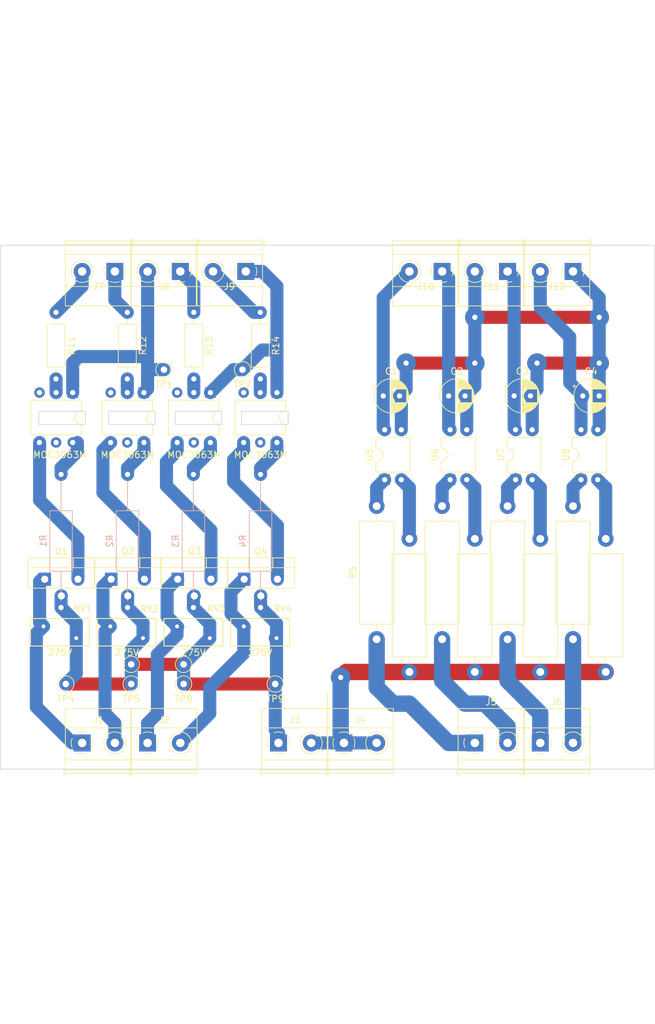
<source format=kicad_pcb>
(kicad_pcb (version 20221018) (generator pcbnew)
  (layers (0 "F.Cu" signal) (31 "B.Cu" signal) (34 "B.Paste" user) (35 "F.Paste" user) (36 "B.SilkS" user "B.Silkscreen") (37 "F.SilkS" user "F.Silkscreen") (38 "B.Mask" user) (39 "F.Mask" user) (44 "Edge.Cuts" user))
  (net 0 "")
  (net 1 "Net-(R1-Pad1)")
  (net 2 "Net-(R2-Pad1)")
  (net 3 "Net-(Q1-G)")
  (net 4 "Net-(Q2-G)")
  (net 5 "Net-(Q3-G)")
  (net 6 "Net-(Q4-G)")
  (net 8 "Net-(R3-Pad1)")
  (net 9 "Net-(R4-Pad1)")
  (net 17 "Net-(R11-Pad2)")
  (net 18 "Net-(R12-Pad2)")
  (net 19 "Net-(R13-Pad2)")
  (net 20 "Net-(R14-Pad2)")
  (net 21 "/IN2")
  (net 22 "/IN1")
  (net 23 "/IN4")
  (net 24 "/IN3")
  (net 25 "/IPOS2")
  (net 26 "/IPOS1")
  (net 27 "/L")
  (net 28 "/L2")
  (net 29 "/L1")
  (net 30 "/L4")
  (net 31 "/L3")
  (net 32 "Net-(R5-Pad2)")
  (net 33 "Net-(R6-Pad2)")
  (net 34 "Net-(R7-Pad2)")
  (net 35 "Net-(R8-Pad2)")
  (net 36 "Net-(R9-Pad2)")
  (net 37 "Net-(R10-Pad2)")
  (net 38 "Net-(R15-Pad2)")
  (net 39 "Net-(R16-Pad2)")
  (net 40 "/LSENS1")
  (net 41 "/LSENS2")
  (net 42 "/LSENS3")
  (net 43 "/LSENS4")
  (net 44 "/N")
  (net 45 "/NEG")
  (net 46 "/SENS1")
  (net 47 "/SENS2")
  (net 48 "/SENS3")
  (net 49 "/SENS4")
  (footprint "TerminalBlock_Phoenix:TerminalBlock_Phoenix_MKDS-1,5-2_1x02_P5.00mm_Horizontal" (layer "F.Cu") (at 72.5 136)
    (fp_text reference "J2" (at 2.5 -3.5) (layer "F.SilkS"))
    (fp_text value "Screw_Terminal_01x02" hide)
    (pad "1" thru_hole rect (at 0 0) (size 2.6 2.6) (drill 1.3) (layers "*.Cu" "*.Mask") (net 31 "/L3"))
    (pad "2" thru_hole circle (at 5 0) (size 2.6 2.6) (drill 1.3) (layers "*.Cu" "*.Mask") (net 30 "/L4"))
  )
  (footprint "triac-board:TO-220-3_Vertical_Staggered" (layer "F.Cu") (at 66.94 111)
    (fp_text reference "Q2" (at 2.54 -4.27) (layer "F.SilkS"))
    (fp_text value "BTA16-600BW" hide)
    (pad "1" thru_hole rect (at 0 0) (size 1.905 2) (drill 1.1) (layers "*.Cu" "*.Mask") (net 28 "/L2"))
    (pad "2" thru_hole oval (at 2.54 2.54) (size 1.905 2) (drill 1.1) (layers "*.Cu" "*.Mask") (net 27 "/L"))
    (pad "3" thru_hole oval (at 5.08 0) (size 1.905 2) (drill 1.1) (layers "*.Cu" "*.Mask") (net 4 "Net-(Q2-G)"))
  )
  (footprint "Package_DIP:DIP-4_W7.62mm" (layer "F.Cu") (at 118.725 95.8 90)
    (fp_text reference "U6" (at 3.81 -2.33 90) (layer "F.SilkS"))
    (fp_text value "PC814")
    (pad "1" thru_hole rect (at 0 0 90) (size 1.6 1.6) (drill 0.8) (layers "*.Cu" "*.Mask") (net 34 "Net-(R7-Pad2)"))
    (pad "2" thru_hole oval (at 0 2.54 90) (size 1.6 1.6) (drill 0.8) (layers "*.Cu" "*.Mask") (net 35 "Net-(R8-Pad2)"))
    (pad "3" thru_hole oval (at 7.62 2.54 90) (size 1.6 1.6) (drill 0.8) (layers "*.Cu" "*.Mask") (net 45 "/NEG"))
    (pad "4" thru_hole oval (at 7.62 0 90) (size 1.6 1.6) (drill 0.8) (layers "*.Cu" "*.Mask") (net 47 "/SENS2"))
  )
  (footprint "TerminalBlock_Phoenix:TerminalBlock_Phoenix_MKDS-1,5-2_1x02_P5.00mm_Horizontal" (layer "F.Cu") (at 117.5 64 180)
    (fp_text reference "J10" (at 2.5 -2.301) (layer "F.SilkS"))
    (fp_text value "Screw_Terminal_01x02" hide)
    (pad "1" thru_hole rect (at 0 0 180) (size 2.6 2.6) (drill 1.3) (layers "*.Cu" "*.Mask") (net 47 "/SENS2"))
    (pad "2" thru_hole circle (at 5 0 180) (size 2.6 2.6) (drill 1.3) (layers "*.Cu" "*.Mask") (net 46 "/SENS1"))
  )
  (footprint "TerminalBlock_Phoenix:TerminalBlock_Phoenix_MKDS-1,5-2_1x02_P5.00mm_Horizontal" (layer "F.Cu") (at 77.5 64 180)
    (fp_text reference "J8" (at 2.5 -2.301) (layer "F.SilkS"))
    (fp_text value "Screw_Terminal_01x02" hide)
    (pad "1" thru_hole rect (at 0 0 180) (size 2.6 2.6) (drill 1.3) (layers "*.Cu" "*.Mask") (net 24 "/IN3"))
    (pad "2" thru_hole circle (at 5 0 180) (size 2.6 2.6) (drill 1.3) (layers "*.Cu" "*.Mask") (net 26 "/IPOS1"))
  )
  (footprint "Varistor:RV_Disc_D9mm_W4.2mm_P5mm" (layer "F.Cu") (at 71.8 120 180)
    (fp_text reference "RV2" (at -1 4.5) (layer "F.SilkS"))
    (fp_text value "275V" (at 2.5 -2.2) (layer "F.SilkS"))
    (pad "1" thru_hole circle (at 0 0 180) (size 1.6 1.6) (drill 0.6) (layers "*.Cu" "*.Mask") (net 27 "/L"))
    (pad "2" thru_hole circle (at 5 1.8 180) (size 1.6 1.6) (drill 0.6) (layers "*.Cu" "*.Mask") (net 28 "/L2"))
  )
  (footprint "Resistor_THT:R_Axial_DIN0516_L15.5mm_D5.0mm_P20.32mm_Horizontal" (layer "F.Cu") (at 127.5 120.16 90)
    (fp_text reference "R9" hide)
    (fp_text value "100k" hide)
    (pad "1" thru_hole circle (at 0 0 90) (size 2.4 2.4) (drill 1.2) (layers "*.Cu" "*.Mask") (net 42 "/LSENS3"))
    (pad "2" thru_hole oval (at 20.32 0 90) (size 2.4 2.4) (drill 1.2) (layers "*.Cu" "*.Mask") (net 36 "Net-(R9-Pad2)"))
  )
  (footprint "TerminalBlock_Phoenix:TerminalBlock_Phoenix_MKDS-1,5-2_1x02_P5.00mm_Horizontal" (layer "F.Cu") (at 122.5 136)
    (fp_text reference "J5" (at 2.5 -6.26) (layer "F.SilkS"))
    (fp_text value "Screw_Terminal_01x02" hide)
    (pad "1" thru_hole rect (at 0 0) (size 2.6 2.6) (drill 1.3) (layers "*.Cu" "*.Mask") (net 40 "/LSENS1"))
    (pad "2" thru_hole circle (at 5 0) (size 2.6 2.6) (drill 1.3) (layers "*.Cu" "*.Mask") (net 41 "/LSENS2"))
  )
  (footprint "Connector_Pin:Pin_D1.0mm_L10.0mm" (layer "F.Cu") (at 75 79)
    (fp_text reference "TP1" (at 0 2.25) (layer "F.SilkS"))
    (fp_text value "TestPoint" hide)
    (pad "1" thru_hole circle (at 0 0) (size 2 2) (drill 1) (layers "*.Cu" "*.Mask") (net 26 "/IPOS1"))
  )
  (footprint "Connector_Pin:Pin_D1.0mm_L10.0mm" (layer "F.Cu") (at 87 79)
    (fp_text reference "TP2" (at 0 2.25) (layer "F.SilkS"))
    (fp_text value "TestPoint" hide)
    (pad "1" thru_hole circle (at 0 0) (size 2 2) (drill 1) (layers "*.Cu" "*.Mask") (net 25 "/IPOS2"))
  )
  (footprint "Resistor_THT:R_Axial_DIN0516_L15.5mm_D5.0mm_P20.32mm_Horizontal" (layer "F.Cu") (at 122.5 125.16 90)
    (fp_text reference "R8" hide)
    (fp_text value "100k" hide)
    (pad "1" thru_hole circle (at 0 0 90) (size 2.4 2.4) (drill 1.2) (layers "*.Cu" "*.Mask") (net 44 "/N"))
    (pad "2" thru_hole oval (at 20.32 0 90) (size 2.4 2.4) (drill 1.2) (layers "*.Cu" "*.Mask") (net 35 "Net-(R8-Pad2)"))
  )
  (footprint "Resistor_THT:R_Axial_DIN0516_L15.5mm_D5.0mm_P20.32mm_Horizontal" (layer "F.Cu") (at 142.5 125.16 90)
    (fp_text reference "R16" hide)
    (fp_text value "100k" hide)
    (pad "1" thru_hole circle (at 0 0 90) (size 2.4 2.4) (drill 1.2) (layers "*.Cu" "*.Mask") (net 44 "/N"))
    (pad "2" thru_hole oval (at 20.32 0 90) (size 2.4 2.4) (drill 1.2) (layers "*.Cu" "*.Mask") (net 39 "Net-(R16-Pad2)"))
  )
  (footprint "TerminalBlock_Phoenix:TerminalBlock_Phoenix_MKDS-1,5-2_1x02_P5.00mm_Horizontal" (layer "F.Cu") (at 87.5 64 180)
    (fp_text reference "J9" (at 2.5 -2.301) (layer "F.SilkS"))
    (fp_text value "Screw_Terminal_01x02" hide)
    (pad "1" thru_hole rect (at 0 0 180) (size 2.6 2.6) (drill 1.3) (layers "*.Cu" "*.Mask") (net 25 "/IPOS2"))
    (pad "2" thru_hole circle (at 5 0 180) (size 2.6 2.6) (drill 1.3) (layers "*.Cu" "*.Mask") (net 23 "/IN4"))
  )
  (footprint "Resistor_THT:R_Axial_DIN0516_L15.5mm_D5.0mm_P20.32mm_Horizontal" (layer "F.Cu") (at 132.5 125.16 90)
    (fp_text reference "R10" hide)
    (fp_text value "100k" hide)
    (pad "1" thru_hole circle (at 0 0 90) (size 2.4 2.4) (drill 1.2) (layers "*.Cu" "*.Mask") (net 44 "/N"))
    (pad "2" thru_hole oval (at 20.32 0 90) (size 2.4 2.4) (drill 1.2) (layers "*.Cu" "*.Mask") (net 37 "Net-(R10-Pad2)"))
  )
  (footprint "TerminalBlock_Phoenix:TerminalBlock_Phoenix_MKDS-1,5-2_1x02_P5.00mm_Horizontal" (layer "F.Cu") (at 67.5 64 180)
    (fp_text reference "J7" (at 2.5 -2.301) (layer "F.SilkS"))
    (fp_text value "Screw_Terminal_01x02" hide)
    (pad "1" thru_hole rect (at 0 0 180) (size 2.6 2.6) (drill 1.3) (layers "*.Cu" "*.Mask") (net 21 "/IN2"))
    (pad "2" thru_hole circle (at 5 0 180) (size 2.6 2.6) (drill 1.3) (layers "*.Cu" "*.Mask") (net 22 "/IN1"))
  )
  (footprint "Capacitor_THT:CP_Radial_D5.0mm_P2.50mm" (layer "F.Cu") (at 118.5 83)
    (fp_text reference "C2" (at 1.25 -3.75) (layer "F.SilkS"))
    (fp_text value "C_Polarized")
    (pad "1" thru_hole rect (at 0 0) (size 1.6 1.6) (drill 0.8) (layers "*.Cu" "*.Mask") (net 47 "/SENS2"))
    (pad "2" thru_hole circle (at 2.5 0) (size 1.6 1.6) (drill 0.8) (layers "*.Cu" "*.Mask") (net 45 "/NEG"))
  )
  (footprint "TerminalBlock_Phoenix:TerminalBlock_Phoenix_MKDS-1,5-2_1x02_P5.00mm_Horizontal" (layer "F.Cu") (at 132.5 136)
    (fp_text reference "J6" (at 2.5 -6.26) (layer "F.SilkS"))
    (fp_text value "Screw_Terminal_01x02" hide)
    (pad "1" thru_hole rect (at 0 0) (size 2.6 2.6) (drill 1.3) (layers "*.Cu" "*.Mask") (net 42 "/LSENS3"))
    (pad "2" thru_hole circle (at 5 0) (size 2.6 2.6) (drill 1.3) (layers "*.Cu" "*.Mask") (net 43 "/LSENS4"))
  )
  (footprint "Resistor_THT:R_Axial_DIN0207_L6.3mm_D2.5mm_P10.16mm_Horizontal" (layer "F.Cu") (at 69.4 70.25 -90)
    (fp_text reference "R12" (at 5.08 -2.37 90) (layer "F.SilkS"))
    (fp_text value "1k2")
    (pad "1" thru_hole circle (at 0 0 270) (size 1.6 1.6) (drill 0.8) (layers "*.Cu" "*.Mask") (net 21 "/IN2"))
    (pad "2" thru_hole oval (at 10.16 0 270) (size 1.6 1.6) (drill 0.8) (layers "*.Cu" "*.Mask") (net 18 "Net-(R12-Pad2)"))
  )
  (footprint "Package_DIP:DIP-6_W7.62mm" (layer "F.Cu") (at 82.1 82.5 -90)
    (fp_text reference "U3" hide)
    (fp_text value "MOC3063M" (at 9.5 2.5) (layer "F.SilkS"))
    (pad "1" thru_hole rect (at 0 0 270) (size 1.6 1.6) (drill 0.8) (layers "*.Cu" "*.Mask") (net 25 "/IPOS2"))
    (pad "2" thru_hole oval (at 0 2.54 270) (size 1.6 1.6) (drill 0.8) (layers "*.Cu" "*.Mask") (net 19 "Net-(R13-Pad2)"))
    (pad "3" thru_hole oval (at 0 5.08 270) (size 1.6 1.6) (drill 0.8) (layers "*.Cu" "*.Mask"))
    (pad "4" thru_hole oval (at 7.62 5.08 270) (size 1.6 1.6) (drill 0.8) (layers "*.Cu" "*.Mask") (net 5 "Net-(Q3-G)"))
    (pad "5" thru_hole oval (at 7.62 2.54 270) (size 1.6 1.6) (drill 0.8) (layers "*.Cu" "*.Mask"))
    (pad "6" thru_hole oval (at 7.62 0 270) (size 1.6 1.6) (drill 0.8) (layers "*.Cu" "*.Mask") (net 8 "Net-(R3-Pad1)"))
  )
  (footprint "TerminalBlock_Phoenix:TerminalBlock_Phoenix_MKDS-1,5-2_1x02_P5.00mm_Horizontal" (layer "F.Cu") (at 127.5 64 180)
    (fp_text reference "J11" (at 2.5 -2.301) (layer "F.SilkS"))
    (fp_text value "Screw_Terminal_01x02" hide)
    (pad "1" thru_hole rect (at 0 0 180) (size 2.6 2.6) (drill 1.3) (layers "*.Cu" "*.Mask") (net 48 "/SENS3"))
    (pad "2" thru_hole circle (at 5 0 180) (size 2.6 2.6) (drill 1.3) (layers "*.Cu" "*.Mask") (net 45 "/NEG"))
  )
  (footprint "Resistor_THT:R_Axial_DIN0207_L6.3mm_D2.5mm_P10.16mm_Horizontal" (layer "F.Cu") (at 79.56 70.25 -90)
    (fp_text reference "R13" (at 5.08 -2.37 90) (layer "F.SilkS"))
    (fp_text value "1k2")
    (pad "1" thru_hole circle (at 0 0 270) (size 1.6 1.6) (drill 0.8) (layers "*.Cu" "*.Mask") (net 24 "/IN3"))
    (pad "2" thru_hole oval (at 10.16 0 270) (size 1.6 1.6) (drill 0.8) (layers "*.Cu" "*.Mask") (net 19 "Net-(R13-Pad2)"))
  )
  (footprint "Resistor_THT:R_Axial_DIN0207_L6.3mm_D2.5mm_P10.16mm_Horizontal" (layer "F.Cu") (at 89.72 70.25 -90)
    (fp_text reference "R14" (at 5.08 -2.37 90) (layer "F.SilkS"))
    (fp_text value "1k2" hide)
    (pad "1" thru_hole circle (at 0 0 270) (size 1.6 1.6) (drill 0.8) (layers "*.Cu" "*.Mask") (net 23 "/IN4"))
    (pad "2" thru_hole oval (at 10.16 0 270) (size 1.6 1.6) (drill 0.8) (layers "*.Cu" "*.Mask") (net 20 "Net-(R14-Pad2)"))
  )
  (footprint "Connector_Pin:Pin_D1.0mm_L10.0mm" (layer "F.Cu") (at 70 124)
    (fp_text reference "TP6" hide)
    (fp_text value "TestPoint" hide)
    (pad "1" thru_hole circle (at 0 0) (size 2 2) (drill 1) (layers "*.Cu" "*.Mask") (net 27 "/L"))
  )
  (footprint "Resistor_THT:R_Axial_DIN0207_L6.3mm_D2.5mm_P10.16mm_Horizontal" (layer "F.Cu") (at 58.5 70.25 -90)
    (fp_text reference "R11" (at 5.08 -2.37 90) (layer "F.SilkS"))
    (fp_text value "1k2")
    (pad "1" thru_hole circle (at 0 0 270) (size 1.6 1.6) (drill 0.8) (layers "*.Cu" "*.Mask") (net 22 "/IN1"))
    (pad "2" thru_hole oval (at 10.16 0 270) (size 1.6 1.6) (drill 0.8) (layers "*.Cu" "*.Mask") (net 17 "Net-(R11-Pad2)"))
  )
  (footprint "TerminalBlock_Phoenix:TerminalBlock_Phoenix_MKDS-1,5-2_1x02_P5.00mm_Horizontal" (layer "F.Cu") (at 62.5 136)
    (fp_text reference "J1" (at 2.5 -3.5) (layer "F.SilkS"))
    (fp_text value "Screw_Terminal_01x02" hide)
    (pad "1" thru_hole rect (at 0 0) (size 2.6 2.6) (drill 1.3) (layers "*.Cu" "*.Mask") (net 29 "/L1"))
    (pad "2" thru_hole circle (at 5 0) (size 2.6 2.6) (drill 1.3) (layers "*.Cu" "*.Mask") (net 28 "/L2"))
  )
  (footprint "triac-board:TO-220-3_Vertical_Staggered" (layer "F.Cu") (at 87.26 111)
    (fp_text reference "Q4" (at 2.54 -4.27) (layer "F.SilkS"))
    (fp_text value "BTA16-600BW" hide)
    (pad "1" thru_hole rect (at 0 0) (size 1.905 2) (drill 1.1) (layers "*.Cu" "*.Mask") (net 30 "/L4"))
    (pad "2" thru_hole oval (at 2.54 2.54) (size 1.905 2) (drill 1.1) (layers "*.Cu" "*.Mask") (net 27 "/L"))
    (pad "3" thru_hole oval (at 5.08 0) (size 1.905 2) (drill 1.1) (layers "*.Cu" "*.Mask") (net 6 "Net-(Q4-G)"))
  )
  (footprint "Package_DIP:DIP-4_W7.62mm" (layer "F.Cu") (at 108.725 95.8 90)
    (fp_text reference "U5" (at 3.81 -2.33 90) (layer "F.SilkS"))
    (fp_text value "PC814")
    (pad "1" thru_hole rect (at 0 0 90) (size 1.6 1.6) (drill 0.8) (layers "*.Cu" "*.Mask") (net 32 "Net-(R5-Pad2)"))
    (pad "2" thru_hole oval (at 0 2.54 90) (size 1.6 1.6) (drill 0.8) (layers "*.Cu" "*.Mask") (net 33 "Net-(R6-Pad2)"))
    (pad "3" thru_hole oval (at 7.62 2.54 90) (size 1.6 1.6) (drill 0.8) (layers "*.Cu" "*.Mask") (net 45 "/NEG"))
    (pad "4" thru_hole oval (at 7.62 0 90) (size 1.6 1.6) (drill 0.8) (layers "*.Cu" "*.Mask") (net 46 "/SENS1"))
  )
  (footprint "Resistor_THT:R_Axial_DIN0516_L15.5mm_D5.0mm_P20.32mm_Horizontal" (layer "F.Cu") (at 117.5 120.16 90)
    (fp_text reference "R7" hide)
    (fp_text value "100k" hide)
    (pad "1" thru_hole circle (at 0 0 90) (size 2.4 2.4) (drill 1.2) (layers "*.Cu" "*.Mask") (net 41 "/LSENS2"))
    (pad "2" thru_hole oval (at 20.32 0 90) (size 2.4 2.4) (drill 1.2) (layers "*.Cu" "*.Mask") (net 34 "Net-(R7-Pad2)"))
  )
  (footprint "Connector_Pin:Pin_D1.0mm_L10.0mm" (layer "F.Cu") (at 92 127)
    (fp_text reference "TP9" (at 0 2.25) (layer "F.SilkS"))
    (fp_text value "TestPoint" hide)
    (pad "1" thru_hole circle (at 0 0) (size 2 2) (drill 1) (layers "*.Cu" "*.Mask") (net 27 "/L"))
  )
  (footprint "Connector_Pin:Pin_D1.0mm_L10.0mm" (layer "F.Cu") (at 78 124)
    (fp_text reference "TP7" hide)
    (fp_text value "TestPoint" hide)
    (pad "1" thru_hole circle (at 0 0) (size 2 2) (drill 1) (layers "*.Cu" "*.Mask") (net 27 "/L"))
  )
  (footprint "Capacitor_THT:CP_Radial_D5.0mm_P2.50mm" (layer "F.Cu") (at 128.5 83)
    (fp_text reference "C3" (at 1.25 -3.75) (layer "F.SilkS"))
    (fp_text value "C_Polarized")
    (pad "1" thru_hole rect (at 0 0) (size 1.6 1.6) (drill 0.8) (layers "*.Cu" "*.Mask") (net 48 "/SENS3"))
    (pad "2" thru_hole circle (at 2.5 0) (size 1.6 1.6) (drill 0.8) (layers "*.Cu" "*.Mask") (net 45 "/NEG"))
  )
  (footprint "Connector_Pin:Pin_D1.0mm_L10.0mm" (layer "F.Cu") (at 70 127)
    (fp_text reference "TP5" (at 0 2.25) (layer "F.SilkS"))
    (fp_text value "TestPoint" hide)
    (pad "1" thru_hole circle (at 0 0) (size 2 2) (drill 1) (layers "*.Cu" "*.Mask") (net 27 "/L"))
  )
  (footprint "Resistor_THT:R_Axial_DIN0516_L15.5mm_D5.0mm_P20.32mm_Horizontal" (layer "F.Cu") (at 112.5 125.16 90)
    (fp_text reference "R6" hide)
    (fp_text value "100k" hide)
    (pad "1" thru_hole circle (at 0 0 90) (size 2.4 2.4) (drill 1.2) (layers "*.Cu" "*.Mask") (net 44 "/N"))
    (pad "2" thru_hole oval (at 20.32 0 90) (size 2.4 2.4) (drill 1.2) (layers "*.Cu" "*.Mask") (net 33 "Net-(R6-Pad2)"))
  )
  (footprint "Resistor_THT:R_Axial_DIN0516_L15.5mm_D5.0mm_P20.32mm_Horizontal" (layer "F.Cu") (at 137.5 120.16 90)
    (fp_text reference "R15" hide)
    (fp_text value "100k" hide)
    (pad "1" thru_hole circle (at 0 0 90) (size 2.4 2.4) (drill 1.2) (layers "*.Cu" "*.Mask") (net 43 "/LSENS4"))
    (pad "2" thru_hole oval (at 20.32 0 90) (size 2.4 2.4) (drill 1.2) (layers "*.Cu" "*.Mask") (net 38 "Net-(R15-Pad2)"))
  )
  (footprint "Package_DIP:DIP-6_W7.62mm" (layer "F.Cu") (at 92.26 82.5 -90)
    (fp_text reference "U4" hide)
    (fp_text value "MOC3063M" (at 9.5 2.5) (layer "F.SilkS"))
    (pad "1" thru_hole rect (at 0 0 270) (size 1.6 1.6) (drill 0.8) (layers "*.Cu" "*.Mask") (net 25 "/IPOS2"))
    (pad "2" thru_hole oval (at 0 2.54 270) (size 1.6 1.6) (drill 0.8) (layers "*.Cu" "*.Mask") (net 20 "Net-(R14-Pad2)"))
    (pad "3" thru_hole oval (at 0 5.08 270) (size 1.6 1.6) (drill 0.8) (layers "*.Cu" "*.Mask"))
    (pad "4" thru_hole oval (at 7.62 5.08 270) (size 1.6 1.6) (drill 0.8) (layers "*.Cu" "*.Mask") (net 6 "Net-(Q4-G)"))
    (pad "5" thru_hole oval (at 7.62 2.54 270) (size 1.6 1.6) (drill 0.8) (layers "*.Cu" "*.Mask"))
    (pad "6" thru_hole oval (at 7.62 0 270) (size 1.6 1.6) (drill 0.8) (layers "*.Cu" "*.Mask") (net 9 "Net-(R4-Pad1)"))
  )
  (footprint "TerminalBlock_Phoenix:TerminalBlock_Phoenix_MKDS-1,5-2_1x02_P5.00mm_Horizontal" (layer "F.Cu") (at 137.5 64 180)
    (fp_text reference "J12" (at 2.5 -2.301) (layer "F.SilkS"))
    (fp_text value "Screw_Terminal_01x02" hide)
    (pad "1" thru_hole rect (at 0 0 180) (size 2.6 2.6) (drill 1.3) (layers "*.Cu" "*.Mask") (net 45 "/NEG"))
    (pad "2" thru_hole circle (at 5 0 180) (size 2.6 2.6) (drill 1.3) (layers "*.Cu" "*.Mask") (net 49 "/SENS4"))
  )
  (footprint "Resistor_THT:R_Axial_DIN0516_L15.5mm_D5.0mm_P20.32mm_Horizontal" (layer "F.Cu") (at 107.5 120.16 90)
    (fp_text reference "R5" (at 10.16 -3.62 90) (layer "F.SilkS"))
    (fp_text value "100k")
    (pad "1" thru_hole circle (at 0 0 90) (size 2.4 2.4) (drill 1.2) (layers "*.Cu" "*.Mask") (net 40 "/LSENS1"))
    (pad "2" thru_hole oval (at 20.32 0 90) (size 2.4 2.4) (drill 1.2) (layers "*.Cu" "*.Mask") (net 32 "Net-(R5-Pad2)"))
  )
  (footprint "Varistor:RV_Disc_D9mm_W4.2mm_P5mm" (layer "F.Cu") (at 92.2 120 180)
    (fp_text reference "RV4" (at -1 4.5) (layer "F.SilkS"))
    (fp_text value "275V" (at 2.5 -2.2) (layer "F.SilkS"))
    (pad "1" thru_hole circle (at 0 0 180) (size 1.6 1.6) (drill 0.6) (layers "*.Cu" "*.Mask") (net 27 "/L"))
    (pad "2" thru_hole circle (at 5 1.8 180) (size 1.6 1.6) (drill 0.6) (layers "*.Cu" "*.Mask") (net 30 "/L4"))
  )
  (footprint "triac-board:TO-220-3_Vertical_Staggered" (layer "F.Cu") (at 56.78 111)
    (fp_text reference "Q1" (at 2.54 -4.27) (layer "F.SilkS"))
    (fp_text value "BTA16-600BW" hide)
    (pad "1" thru_hole rect (at 0 0) (size 1.905 2) (drill 1.1) (layers "*.Cu" "*.Mask") (net 29 "/L1"))
    (pad "2" thru_hole oval (at 2.54 2.54) (size 1.905 2) (drill 1.1) (layers "*.Cu" "*.Mask") (net 27 "/L"))
    (pad "3" thru_hole oval (at 5.08 0) (size 1.905 2) (drill 1.1) (layers "*.Cu" "*.Mask") (net 3 "Net-(Q1-G)"))
  )
  (footprint "Package_DIP:DIP-6_W7.62mm" (layer "F.Cu") (at 61.06 82.5 -90)
    (fp_text reference "U1" hide)
    (fp_text value "MOC3063M" (at 9.5 1.96) (layer "F.SilkS"))
    (pad "1" thru_hole rect (at 0 0 270) (size 1.6 1.6) (drill 0.8) (layers "*.Cu" "*.Mask") (net 26 "/IPOS1"))
    (pad "2" thru_hole oval (at 0 2.54 270) (size 1.6 1.6) (drill 0.8) (layers "*.Cu" "*.Mask") (net 17 "Net-(R11-Pad2)"))
    (pad "3" thru_hole oval (at 0 5.08 270) (size 1.6 1.6) (drill 0.8) (layers "*.Cu" "*.Mask"))
    (pad "4" thru_hole oval (at 7.62 5.08 270) (size 1.6 1.6) (drill 0.8) (layers "*.Cu" "*.Mask") (net 3 "Net-(Q1-G)"))
    (pad "5" thru_hole oval (at 7.62 2.54 270) (size 1.6 1.6) (drill 0.8) (layers "*.Cu" "*.Mask"))
    (pad "6" thru_hole oval (at 7.62 0 270) (size 1.6 1.6) (drill 0.8) (layers "*.Cu" "*.Mask") (net 1 "Net-(R1-Pad1)"))
  )
  (footprint "Package_DIP:DIP-4_W7.62mm" (layer "F.Cu") (at 138.725 95.8 90)
    (fp_text reference "U8" (at 3.81 -2.33 90) (layer "F.SilkS"))
    (fp_text value "PC814")
    (pad "1" thru_hole rect (at 0 0 90) (size 1.6 1.6) (drill 0.8) (layers "*.Cu" "*.Mask") (net 38 "Net-(R15-Pad2)"))
    (pad "2" thru_hole oval (at 0 2.54 90) (size 1.6 1.6) (drill 0.8) (layers "*.Cu" "*.Mask") (net 39 "Net-(R16-Pad2)"))
    (pad "3" thru_hole oval (at 7.62 2.54 90) (size 1.6 1.6) (drill 0.8) (layers "*.Cu" "*.Mask") (net 45 "/NEG"))
    (pad "4" thru_hole oval (at 7.62 0 90) (size 1.6 1.6) (drill 0.8) (layers "*.Cu" "*.Mask") (net 49 "/SENS4"))
  )
  (footprint "Varistor:RV_Disc_D9mm_W4.2mm_P5mm" (layer "F.Cu") (at 61.6 120 180)
    (fp_text reference "RV1" (at -1 4.5) (layer "F.SilkS"))
    (fp_text value "275V" (at 2.5 -2.2) (layer "F.SilkS"))
    (pad "1" thru_hole circle (at 0 0 180) (size 1.6 1.6) (drill 0.6) (layers "*.Cu" "*.Mask") (net 27 "/L"))
    (pad "2" thru_hole circle (at 5 1.8 180) (size 1.6 1.6) (drill 0.6) (layers "*.Cu" "*.Mask") (net 29 "/L1"))
  )
  (footprint "TerminalBlock_Phoenix:TerminalBlock_Phoenix_MKDS-1,5-2_1x02_P5.00mm_Horizontal" (layer "F.Cu") (at 102.5 136)
    (fp_text reference "J4" (at 2.5 -3.5) (layer "F.SilkS"))
    (fp_text value "Screw_Terminal_01x02" hide)
    (pad "1" thru_hole rect (at 0 0) (size 2.6 2.6) (drill 1.3) (layers "*.Cu" "*.Mask") (net 44 "/N"))
    (pad "2" thru_hole circle (at 5 0) (size 2.6 2.6) (drill 1.3) (layers "*.Cu" "*.Mask") (net 44 "/N"))
  )
  (footprint "TerminalBlock_Phoenix:TerminalBlock_Phoenix_MKDS-1,5-2_1x02_P5.00mm_Horizontal" (layer "F.Cu") (at 92.5 136)
    (fp_text reference "J3" (at 2.5 -3.5) (layer "F.SilkS"))
    (fp_text value "Screw_Terminal_01x02" hide)
    (pad "1" thru_hole rect (at 0 0) (size 2.6 2.6) (drill 1.3) (layers "*.Cu" "*.Mask") (net 27 "/L"))
    (pad "2" thru_hole circle (at 5 0) (size 2.6 2.6) (drill 1.3) (layers "*.Cu" "*.Mask") (net 44 "/N"))
  )
  (footprint "Package_DIP:DIP-6_W7.62mm" (layer "F.Cu") (at 71.94 82.5 -90)
    (fp_text reference "U2" hide)
    (fp_text value "MOC3063M" (at 9.5 2.5) (layer "F.SilkS"))
    (pad "1" thru_hole rect (at 0 0 270) (size 1.6 1.6) (drill 0.8) (layers "*.Cu" "*.Mask") (net 26 "/IPOS1"))
    (pad "2" thru_hole oval (at 0 2.54 270) (size 1.6 1.6) (drill 0.8) (layers "*.Cu" "*.Mask") (net 18 "Net-(R12-Pad2)"))
    (pad "3" thru_hole oval (at 0 5.08 270) (size 1.6 1.6) (drill 0.8) (layers "*.Cu" "*.Mask"))
    (pad "4" thru_hole oval (at 7.62 5.08 270) (size 1.6 1.6) (drill 0.8) (layers "*.Cu" "*.Mask") (net 4 "Net-(Q2-G)"))
    (pad "5" thru_hole oval (at 7.62 2.54 270) (size 1.6 1.6) (drill 0.8) (layers "*.Cu" "*.Mask"))
    (pad "6" thru_hole oval (at 7.62 0 270) (size 1.6 1.6) (drill 0.8) (layers "*.Cu" "*.Mask") (net 2 "Net-(R2-Pad1)"))
  )
  (footprint "Varistor:RV_Disc_D9mm_W4.2mm_P5mm" (layer "F.Cu") (at 82 120 180)
    (fp_text reference "RV3" (at -1 4.5) (layer "F.SilkS"))
    (fp_text value "275V" (at 2.5 -2.2) (layer "F.SilkS"))
    (pad "1" thru_hole circle (at 0 0 180) (size 1.6 1.6) (drill 0.6) (layers "*.Cu" "*.Mask") (net 27 "/L"))
    (pad "2" thru_hole circle (at 5 1.8 180) (size 1.6 1.6) (drill 0.6) (layers "*.Cu" "*.Mask") (net 31 "/L3"))
  )
  (footprint "triac-board:TO-220-3_Vertical_Staggered" (layer "F.Cu") (at 77.1 111)
    (fp_text reference "Q3" (at 2.54 -4.27) (layer "F.SilkS"))
    (fp_text value "BTA16-600BW" hide)
    (pad "1" thru_hole rect (at 0 0) (size 1.905 2) (drill 1.1) (layers "*.Cu" "*.Mask") (net 31 "/L3"))
    (pad "2" thru_hole oval (at 2.54 2.54) (size 1.905 2) (drill 1.1) (layers "*.Cu" "*.Mask") (net 27 "/L"))
    (pad "3" thru_hole oval (at 5.08 0) (size 1.905 2) (drill 1.1) (layers "*.Cu" "*.Mask") (net 5 "Net-(Q3-G)"))
  )
  (footprint "Package_DIP:DIP-4_W7.62mm" (layer "F.Cu") (at 128.725 95.8 90)
    (fp_text reference "U7" (at 3.81 -2.33 90) (layer "F.SilkS"))
    (fp_text value "PC814")
    (pad "1" thru_hole rect (at 0 0 90) (size 1.6 1.6) (drill 0.8) (layers "*.Cu" "*.Mask") (net 36 "Net-(R9-Pad2)"))
    (pad "2" thru_hole oval (at 0 2.54 90) (size 1.6 1.6) (drill 0.8) (layers "*.Cu" "*.Mask") (net 37 "Net-(R10-Pad2)"))
    (pad "3" thru_hole oval (at 7.62 2.54 90) (size 1.6 1.6) (drill 0.8) (layers "*.Cu" "*.Mask") (net 45 "/NEG"))
    (pad "4" thru_hole oval (at 7.62 0 90) (size 1.6 1.6) (drill 0.8) (layers "*.Cu" "*.Mask") (net 48 "/SENS3"))
  )
  (footprint "Capacitor_THT:CP_Radial_D5.0mm_P2.50mm" (layer "F.Cu") (at 108.5 83)
    (fp_text reference "C1" (at 1.25 -3.75) (layer "F.SilkS"))
    (fp_text value "C_Polarized")
    (pad "1" thru_hole rect (at 0 0) (size 1.6 1.6) (drill 0.8) (layers "*.Cu" "*.Mask") (net 46 "/SENS1"))
    (pad "2" thru_hole circle (at 2.5 0) (size 1.6 1.6) (drill 0.8) (layers "*.Cu" "*.Mask") (net 45 "/NEG"))
  )
  (footprint "Capacitor_THT:CP_Radial_D5.0mm_P2.50mm" (layer "F.Cu") (at 139 83)
    (fp_text reference "C4" (at 1.25 -3.75) (layer "F.SilkS"))
    (fp_text value "C_Polarized")
    (pad "1" thru_hole rect (at 0 0) (size 1.6 1.6) (drill 0.8) (layers "*.Cu" "*.Mask") (net 49 "/SENS4"))
    (pad "2" thru_hole circle (at 2.5 0) (size 1.6 1.6) (drill 0.8) (layers "*.Cu" "*.Mask") (net 45 "/NEG"))
  )
  (footprint "Connector_Pin:Pin_D1.0mm_L10.0mm" (layer "F.Cu") (at 60 127)
    (fp_text reference "TP4" (at 0 2.25) (layer "F.SilkS"))
    (fp_text value "TestPoint" hide)
    (pad "1" thru_hole circle (at 0 0) (size 2 2) (drill 1) (layers "*.Cu" "*.Mask") (net 27 "/L"))
  )
  (footprint "Connector_Pin:Pin_D1.0mm_L10.0mm" (layer "F.Cu") (at 78 127)
    (fp_text reference "TP8" (at 0 2.25) (layer "F.SilkS"))
    (fp_text value "TestPoint" hide)
    (pad "1" thru_hole circle (at 0 0) (size 2 2) (drill 1) (layers "*.Cu" "*.Mask") (net 27 "/L"))
  )
  (footprint "Resistor_THT:R_Axial_DIN0309_L9.0mm_D3.2mm_P20.32mm_Horizontal" (layer "B.Cu") (at 79.5 95 -90)
    (fp_text reference "R3" (at 10.16 2.72 90) (layer "B.SilkS") (effects (justify mirror)))
    (fp_text value "360 0.5W")
    (pad "1" thru_hole circle (at 0 0 270) (size 1.6 1.6) (drill 0.8) (layers "*.Cu" "*.Mask") (net 8 "Net-(R3-Pad1)"))
    (pad "2" thru_hole oval (at 20.32 0 270) (size 1.6 1.6) (drill 0.8) (layers "*.Cu" "*.Mask") (net 27 "/L"))
  )
  (footprint "Resistor_THT:R_Axial_DIN0309_L9.0mm_D3.2mm_P20.32mm_Horizontal" (layer "B.Cu") (at 69.44 95 -90)
    (fp_text reference "R2" (at 10.16 2.72 90) (layer "B.SilkS") (effects (justify mirror)))
    (fp_text value "360 0.5W")
    (pad "1" thru_hole circle (at 0 0 270) (size 1.6 1.6) (drill 0.8) (layers "*.Cu" "*.Mask") (net 2 "Net-(R2-Pad1)"))
    (pad "2" thru_hole oval (at 20.32 0 270) (size 1.6 1.6) (drill 0.8) (layers "*.Cu" "*.Mask") (net 27 "/L"))
  )
  (footprint "Resistor_THT:R_Axial_DIN0309_L9.0mm_D3.2mm_P20.32mm_Horizontal" (layer "B.Cu") (at 59.28 95 -90)
    (fp_text reference "R1" (at 10.16 2.72 90) (layer "B.SilkS") (effects (justify mirror)))
    (fp_text value "360 0.5W")
    (pad "1" thru_hole circle (at 0 0 270) (size 1.6 1.6) (drill 0.8) (layers "*.Cu" "*.Mask") (net 1 "Net-(R1-Pad1)"))
    (pad "2" thru_hole oval (at 20.32 0 270) (size 1.6 1.6) (drill 0.8) (layers "*.Cu" "*.Mask") (net 27 "/L"))
  )
  (footprint "Resistor_THT:R_Axial_DIN0309_L9.0mm_D3.2mm_P20.32mm_Horizontal" (layer "B.Cu") (at 89.76 95 -90)
    (fp_text reference "R4" (at 10.16 2.72 90) (layer "B.SilkS") (effects (justify mirror)))
    (fp_text value "360 0.5W")
    (pad "1" thru_hole circle (at 0 0 270) (size 1.6 1.6) (drill 0.8) (layers "*.Cu" "*.Mask") (net 9 "Net-(R4-Pad1)"))
    (pad "2" thru_hole oval (at 20.32 0 270) (size 1.6 1.6) (drill 0.8) (layers "*.Cu" "*.Mask") (net 27 "/L"))
  )
  (gr_line (start 100 128.5) (end 100 131) (stroke (width 0.15)) (layer "F.SilkS"))
  (gr_line (start 83.816 85.344) (end 76.704 85.344) (stroke (width 0.1)) (layer "Edge.Cuts"))
  (gr_line (start 76.704 85.344) (end 76.704 87.376) (stroke (width 0.1)) (layer "Edge.Cuts"))
  (gr_line (start 62.988 85.344) (end 55.876 85.344) (stroke (width 0.1)) (layer "Edge.Cuts"))
  (gr_line (start 73.656 87.376) (end 73.656 85.344) (stroke (width 0.1)) (layer "Edge.Cuts"))
  (gr_line (start 86.864 87.376) (end 93.976 87.376) (stroke (width 0.1)) (layer "Edge.Cuts"))
  (gr_line (start 50 140) (end 50 60) (stroke (width 0.1)) (layer "Edge.Cuts"))
  (gr_line (start 83.816 87.376) (end 83.816 85.344) (stroke (width 0.1)) (layer "Edge.Cuts"))
  (gr_line (start 150 140) (end 150 60) (stroke (width 0.1)) (layer "Edge.Cuts"))
  (gr_line (start 86.864 85.344) (end 86.864 87.376) (stroke (width 0.1)) (layer "Edge.Cuts"))
  (gr_line (start 55.876 85.344) (end 55.876 87.376) (stroke (width 0.1)) (layer "Edge.Cuts"))
  (gr_line (start 66.544 85.344) (end 66.544 87.376) (stroke (width 0.1)) (layer "Edge.Cuts"))
  (gr_line (start 93.976 87.376) (end 93.976 85.344) (stroke (width 0.1)) (layer "Edge.Cuts"))
  (gr_line (start 55.876 87.376) (end 62.988 87.376) (stroke (width 0.1)) (layer "Edge.Cuts"))
  (gr_line (start 76.704 87.376) (end 83.816 87.376) (stroke (width 0.1)) (layer "Edge.Cuts"))
  (gr_line (start 62.988 87.376) (end 62.988 85.344) (stroke (width 0.1)) (layer "Edge.Cuts"))
  (gr_line (start 50 140) (end 150 140) (stroke (width 0.1)) (layer "Edge.Cuts"))
  (gr_line (start 73.656 85.344) (end 66.544 85.344) (stroke (width 0.1)) (layer "Edge.Cuts"))
  (gr_line (start 66.544 87.376) (end 73.656 87.376) (stroke (width 0.1)) (layer "Edge.Cuts"))
  (gr_line (start 150 60) (end 50 60) (stroke (width 0.1)) (layer "Edge.Cuts"))
  (gr_line (start 93.976 85.344) (end 86.864 85.344) (stroke (width 0.1)) (layer "Edge.Cuts"))
  (segment (start 61.78 90.12) (end 61.78 91.5) (width 2) (layer "B.Cu") (net 1))
  (segment (start 59.28 94) (end 59.28 95) (width 2) (layer "B.Cu") (net 1))
  (segment (start 61.78 91.5) (end 59.28 94) (width 2) (layer "B.Cu") (net 1))
  (segment (start 69.44 94) (end 69.44 95) (width 2) (layer "B.Cu") (net 2))
  (segment (start 71.94 90.12) (end 71.94 91.5) (width 2) (layer "B.Cu") (net 2))
  (segment (start 71.94 91.5) (end 69.44 94) (width 2) (layer "B.Cu") (net 2))
  (segment (start 61.86 111) (end 61.86 104.793) (width 2) (layer "B.Cu") (net 3))
  (segment (start 61.86 104.793) (end 56 98.933) (width 2) (layer "B.Cu") (net 3))
  (segment (start 56 98.933) (end 56 90.12) (width 2) (layer "B.Cu") (net 3))
  (segment (start 65.6804 91.2996) (end 66.86 90.12) (width 2) (layer "B.Cu") (net 4))
  (segment (start 65.6804 97.7646) (end 65.6804 91.2996) (width 2) (layer "B.Cu") (net 4))
  (segment (start 72.02 104.1042) (end 65.6804 97.7646) (width 2) (layer "B.Cu") (net 4))
  (segment (start 72.02 111) (end 72.02 104.1042) (width 2) (layer "B.Cu") (net 4))
  (segment (start 75.3832 93.0656) (end 77.02 91.4288) (width 2) (layer "B.Cu") (net 5))
  (segment (start 77.02 91.4288) (end 77.02 90.12) (width 2) (layer "B.Cu") (net 5))
  (segment (start 82.18 111) (end 82.18 103.5454) (width 2) (layer "B.Cu") (net 5))
  (segment (start 75.3832 96.7486) (end 75.3832 93.0656) (width 2) (layer "B.Cu") (net 5))
  (segment (start 82.18 103.5454) (end 75.3832 96.7486) (width 2) (layer "B.Cu") (net 5))
  (segment (start 92.34 111) (end 92.34 102.8088) (width 2) (layer "B.Cu") (net 6))
  (segment (start 92.34 102.8088) (end 85.6448 96.1136) (width 2) (layer "B.Cu") (net 6))
  (segment (start 85.6448 96.1136) (end 85.6448 92.7608) (width 2) (layer "B.Cu") (net 6))
  (segment (start 85.6448 92.7608) (end 87.18 91.2256) (width 2) (layer "B.Cu") (net 6))
  (segment (start 87.18 91.2256) (end 87.18 90.12) (width 2) (layer "B.Cu") (net 6))
  (segment (start 82.1 91.4) (end 79.5 94) (width 2) (layer "B.Cu") (net 8))
  (segment (start 82.1 90.12) (end 82.1 91.4) (width 2) (layer "B.Cu") (net 8))
  (segment (start 79.5 94) (end 79.5 95) (width 2) (layer "B.Cu") (net 8))
  (segment (start 92.26 90.12) (end 92.26 91.5) (width 2) (layer "B.Cu") (net 9))
  (segment (start 89.76 94) (end 89.76 95) (width 2) (layer "B.Cu") (net 9))
  (segment (start 92.26 91.5) (end 89.76 94) (width 2) (layer "B.Cu") (net 9))
  (segment (start 58.52 80.43) (end 58.5 80.41) (width 2) (layer "B.Cu") (net 17))
  (segment (start 58.52 82.5) (end 58.52 80.43) (width 2) (layer "B.Cu") (net 17))
  (segment (start 69.4 80.41) (end 69.4 82.5) (width 2) (layer "B.Cu") (net 18))
  (segment (start 79.56 80.41) (end 79.56 82.5) (width 2) (layer "B.Cu") (net 19))
  (segment (start 89.72 80.41) (end 89.72 82.5) (width 2) (layer "B.Cu") (net 20))
  (segment (start 67.5 68.35) (end 69.4 70.25) (width 2) (layer "B.Cu") (net 21))
  (segment (start 67.5 64) (end 67.5 68.35) (width 2) (layer "B.Cu") (net 21))
  (segment (start 62.5 64) (end 62.5 66.25) (width 2) (layer "B.Cu") (net 22))
  (segment (start 62.5 66.25) (end 58.5 70.25) (width 2) (layer "B.Cu") (net 22))
  (segment (start 88.75 70.25) (end 89.72 70.25) (width 2) (layer "B.Cu") (net 23))
  (segment (start 82.5 64) (end 88.75 70.25) (width 2) (layer "B.Cu") (net 23))
  (segment (start 79.56 70.25) (end 79.56 66.06) (width 2) (layer "B.Cu") (net 24))
  (segment (start 79.56 66.06) (end 77.5 64) (width 2) (layer "B.Cu") (net 24))
  (segment (start 92.26 76) (end 92.26 66.26) (width 2) (layer "B.Cu") (net 25))
  (segment (start 92.26 66.26) (end 90 64) (width 2) (layer "B.Cu") (net 25))
  (segment (start 92.26 79) (end 92.26 76) (width 2) (layer "B.Cu") (net 25))
  (segment (start 87 79) (end 85.6 79) (width 2) (layer "B.Cu") (net 25))
  (segment (start 87 79) (end 90 76) (width 2) (layer "B.Cu") (net 25))
  (segment (start 90 76) (end 92.26 76) (width 2) (layer "B.Cu") (net 25))
  (segment (start 92.26 82.5) (end 92.26 79) (width 2) (layer "B.Cu") (net 25))
  (segment (start 90 64) (end 87.5 64) (width 2) (layer "B.Cu") (net 25))
  (segment (start 85.6 79) (end 82.1 82.5) (width 2) (layer "B.Cu") (net 25))
  (segment (start 72.5 64) (end 72.5 77) (width 2) (layer "B.Cu") (net 26))
  (segment (start 75 79) (end 72.5 79) (width 2) (layer "B.Cu") (net 26))
  (segment (start 61.06 77.94) (end 62 77) (width 2) (layer "B.Cu") (net 26))
  (segment (start 72.5 81.94) (end 71.94 82.5) (width 2) (layer "B.Cu") (net 26))
  (segment (start 61.06 82.5) (end 61.06 77.94) (width 2) (layer "B.Cu") (net 26))
  (segment (start 72.5 77) (end 72.5 79) (width 2) (layer "B.Cu") (net 26))
  (segment (start 62 77) (end 72.5 77) (width 2) (layer "B.Cu") (net 26))
  (segment (start 72.5 79) (end 72.5 81.94) (width 2) (layer "B.Cu") (net 26))
  (segment (start 70 127) (end 60 127) (width 2) (layer "F.Cu") (net 27))
  (segment (start 70 124) (end 78 124) (width 2) (layer "F.Cu") (net 27))
  (segment (start 92 127) (end 78 127) (width 2) (layer "F.Cu") (net 27))
  (segment (start 69.44 115.32) (end 69.44 113.58) (width 2) (layer "B.Cu") (net 27))
  (segment (start 78 127) (end 78 124) (width 2) (layer "B.Cu") (net 27))
  (segment (start 70 127) (end 70 124) (width 2) (layer "B.Cu") (net 27))
  (segment (start 79.5 113.68) (end 79.64 113.54) (width 2) (layer "B.Cu") (net 27))
  (segment (start 70 121.8) (end 71.8 120) (width 2) (layer "B.Cu") (net 27))
  (segment (start 92 127) (end 92 134) (width 2) (layer "B.Cu") (net 27))
  (segment (start 92.2 120) (end 92 120) (width 2) (layer "B.Cu") (net 27))
  (segment (start 69.44 113.58) (end 69.48 113.54) (width 2) (layer "B.Cu") (net 27))
  (segment (start 92.2 120) (end 92.2 126.8) (width 2) (layer "B.Cu") (net 27))
  (segment (start 92 134) (end 92.5 134.5) (width 2) (layer "B.Cu") (net 27))
  (segment (start 59.28 113.58) (end 59.32 113.54) (width 2) (layer "B.Cu") (net 27))
  (segment (start 59.28 115.32) (end 59.28 113.58) (width 2) (layer "B.Cu") (net 27))
  (segment (start 92.5 136) (end 92.5 134.5) (width 2) (layer "B.Cu") (net 27))
  (segment (start 92.2 126.8) (end 92 127) (width 2) (layer "B.Cu") (net 27))
  (segment (start 82 117.82) (end 79.5 115.32) (width 2) (layer "B.Cu") (net 27))
  (segment (start 78 124) (end 82 120) (width 2) (layer "B.Cu") (net 27))
  (segment (start 82 120) (end 82 117.82) (width 2) (layer "B.Cu") (net 27))
  (segment (start 79.5 115.32) (end 79.5 113.68) (width 2) (layer "B.Cu") (net 27))
  (segment (start 89.76 113.58) (end 89.8 113.54) (width 2) (layer "B.Cu") (net 27))
  (segment (start 61.6 117.64) (end 59.28 115.32) (width 2) (layer "B.Cu") (net 27))
  (segment (start 61.6 120) (end 61.6 117.64) (width 2) (layer "B.Cu") (net 27))
  (segment (start 70 124) (end 70 121.8) (width 2) (layer "B.Cu") (net 27))
  (segment (start 71.8 120) (end 71.8 117.68) (width 2) (layer "B.Cu") (net 27))
  (segment (start 61.6 120) (end 61.6 125.4) (width 2) (layer "B.Cu") (net 27))
  (segment (start 92.2 120) (end 92.2 117.76) (width 2) (layer "B.Cu") (net 27))
  (segment (start 61.6 125.4) (end 60 127) (width 2) (layer "B.Cu") (net 27))
  (segment (start 92.2 117.76) (end 89.76 115.32) (width 2) (layer "B.Cu") (net 27))
  (segment (start 89.76 115.32) (end 89.76 113.58) (width 2) (layer "B.Cu") (net 27))
  (segment (start 71.8 117.68) (end 69.44 115.32) (width 2) (layer "B.Cu") (net 27))
  (segment (start 67.5 133) (end 67.5 136) (width 2) (layer "B.Cu") (net 28))
  (segment (start 66.796 111) (end 65.6804 112.1156) (width 2) (layer "B.Cu") (net 28))
  (segment (start 66.94 111) (end 66.796 111) (width 2) (layer "B.Cu") (net 28))
  (segment (start 65.6804 117.0804) (end 66.8 118.2) (width 2) (layer "B.Cu") (net 28))
  (segment (start 66 131.5) (end 67.5 133) (width 2) (layer "B.Cu") (net 28))
  (segment (start 65.6804 112.1156) (end 65.6804 117.0804) (width 2) (layer "B.Cu") (net 28))
  (segment (start 66 119) (end 66 131.5) (width 2) (layer "B.Cu") (net 28))
  (segment (start 66.8 118.2) (end 66 119) (width 2) (layer "B.Cu") (net 28))
  (segment (start 61 136) (end 62.5 136) (width 2) (layer "B.Cu") (net 29))
  (segment (start 55.5 130.5) (end 61 136) (width 2) (layer "B.Cu") (net 29))
  (segment (start 56 117.602) (end 56.598 118.2) (width 2) (layer "B.Cu") (net 29))
  (segment (start 56 111.3312) (end 56 117.602) (width 2) (layer "B.Cu") (net 29))
  (segment (start 56.78 111) (end 56.3312 111) (width 2) (layer "B.Cu") (net 29))
  (segment (start 55.5 119.3) (end 55.5 130.5) (width 2) (layer "B.Cu") (net 29))
  (segment (start 56.3312 111) (end 56 111.3312) (width 2) (layer "B.Cu") (net 29))
  (segment (start 56.6 118.2) (end 56 117.6) (width 2) (layer "B.Cu") (net 29))
  (segment (start 56.598 118.2) (end 56.6 118.2) (width 2) (layer "B.Cu") (net 29))
  (segment (start 56.6 118.2) (end 55.5 119.3) (width 2) (layer "B.Cu") (net 29))
  (segment (start 87.2 122.3) (end 82 127.5) (width 2) (layer "B.Cu") (net 30))
  (segment (start 87.2 118.2) (end 87.2 122.3) (width 2) (layer "B.Cu") (net 30))
  (segment (start 85.2384 116.2384) (end 87.2 118.2) (width 2) (layer "B.Cu") (net 30))
  (segment (start 85.2384 112.9284) (end 85.2384 116.2384) (width 2) (layer "B.Cu") (net 30))
  (segment (start 87.1668 111) (end 85.2384 112.9284) (width 2) (layer "B.Cu") (net 30))
  (segment (start 87.26 111) (end 87.1668 111) (width 2) (layer "B.Cu") (net 30))
  (segment (start 82 131.5) (end 77.5 136) (width 2) (layer "B.Cu") (net 30))
  (segment (start 82 127.5) (end 82 131.5) (width 2) (layer "B.Cu") (net 30))
  (segment (start 87.26 118.26) (end 87.2 118.2) (width 2) (layer "B.Cu") (net 30))
  (segment (start 77 119.5) (end 77 118.2) (width 2) (layer "B.Cu") (net 31))
  (segment (start 77.0068 111) (end 75.4848 112.522) (width 2) (layer "B.Cu") (net 31))
  (segment (start 75.4848 112.522) (end 75.4848 116.6848) (width 2) (layer "B.Cu") (net 31))
  (segment (start 72.5 136) (end 72.5 133) (width 2) (layer "B.Cu") (net 31))
  (segment (start 74 122.5) (end 77 119.5) (width 2) (layer "B.Cu") (net 31))
  (segment (start 75.4848 116.6848) (end 77 118.2) (width 2) (layer "B.Cu") (net 31))
  (segment (start 72.5 133) (end 74 131.5) (width 2) (layer "B.Cu") (net 31))
  (segment (start 77.1 111) (end 77.0068 111) (width 2) (layer "B.Cu") (net 31))
  (segment (start 74 131.5) (end 74 122.5) (width 2) (layer "B.Cu") (net 31))
  (segment (start 77.1 118.3) (end 77 118.2) (width 2) (layer "B.Cu") (net 31))
  (segment (start 108.725 95.8) (end 108.7 95.8) (width 2) (layer "B.Cu") (net 32))
  (segment (start 107.5 99.84) (end 107.5 97) (width 2) (layer "B.Cu") (net 32))
  (segment (start 108.7 95.8) (end 107.5 97) (width 2) (layer "B.Cu") (net 32))
  (segment (start 112.465 97) (end 112.5 97) (width 2) (layer "B.Cu") (net 33))
  (segment (start 112.5 97) (end 112.5 104.84) (width 2) (layer "B.Cu") (net 33))
  (segment (start 111.265 95.8) (end 112.465 97) (width 2) (layer "B.Cu") (net 33))
  (segment (start 117.5 97) (end 117.5 99.84) (width 2) (layer "B.Cu") (net 34))
  (segment (start 118.7 95.8) (end 117.5 97) (width 2) (layer "B.Cu") (net 34))
  (segment (start 118.725 95.8) (end 118.7 95.8) (width 2) (layer "B.Cu") (net 34))
  (segment (start 122.5 97.035) (end 122.5 104.84) (width 2) (layer "B.Cu") (net 35))
  (segment (start 122.465 97) (end 122.5 97.035) (width 2) (layer "B.Cu") (net 35))
  (segment (start 121.265 95.8) (end 122.465 97) (width 2) (layer "B.Cu") (net 35))
  (segment (start 122.465 97) (end 122.5 97) (width 2) (layer "B.Cu") (net 35))
  (segment (start 128.7 95.8) (end 127.5 97) (width 2) (layer "B.Cu") (net 36))
  (segment (start 127.5 97) (end 127.5 99.84) (width 2) (layer "B.Cu") (net 36))
  (segment (start 128.725 95.8) (end 128.7 95.8) (width 2) (layer "B.Cu") (net 36))
  (segment (start 132.465 97) (end 132.5 97.035) (width 2) (layer "B.Cu") (net 37))
  (segment (start 132.465 97) (end 132.5 97) (width 2) (layer "B.Cu") (net 37))
  (segment (start 131.265 95.8) (end 132.465 97) (width 2) (layer "B.Cu") (net 37))
  (segment (start 132.5 97.035) (end 132.5 104.84) (width 2) (layer "B.Cu") (net 37))
  (segment (start 137.5 97) (end 137.5 99.84) (width 2) (layer "B.Cu") (net 38))
  (segment (start 138.7 95.8) (end 137.5 97) (width 2) (layer "B.Cu") (net 38))
  (segment (start 138.725 95.8) (end 138.7 95.8) (width 2) (layer "B.Cu") (net 38))
  (segment (start 141.265 95.8) (end 142.465 97) (width 2) (layer "B.Cu") (net 39))
  (segment (start 142.465 97) (end 142.5 97) (width 2) (layer "B.Cu") (net 39))
  (segment (start 142.5 97) (end 142.5 104.84) (width 2) (layer "B.Cu") (net 39))
  (segment (start 107.5 120.16) (end 107.5 127.5) (width 2.5) (layer "B.Cu") (net 40))
  (segment (start 107.5 127.5) (end 110 130) (width 2.5) (layer "B.Cu") (net 40))
  (segment (start 112.5 130) (end 118.5 136) (width 2.5) (layer "B.Cu") (net 40))
  (segment (start 118.5 136) (end 122.5 136) (width 2.5) (layer "B.Cu") (net 40))
  (segment (start 110 130) (end 112.5 130) (width 2.5) (layer "B.Cu") (net 40))
  (segment (start 117.5 120.16) (end 117.5 126.5) (width 2.5) (layer "B.Cu") (net 41))
  (segment (start 127.5 136) (end 127.5 133.5) (width 2.5) (layer "B.Cu") (net 41))
  (segment (start 124 130) (end 121 130) (width 2.5) (layer "B.Cu") (net 41))
  (segment (start 117.5 126.5) (end 121 130) (width 2.5) (layer "B.Cu") (net 41))
  (segment (start 127.5 133.5) (end 124 130) (width 2.5) (layer "B.Cu") (net 41))
  (segment (start 132.5 131.5) (end 132.5 136) (width 2.5) (layer "B.Cu") (net 42))
  (segment (start 127.5 120.16) (end 127.5 126.5) (width 2.5) (layer "B.Cu") (net 42))
  (segment (start 127.5 126.5) (end 132.5 131.5) (width 2.5) (layer "B.Cu") (net 42))
  (segment (start 137.5 120.16) (end 137.5 136) (width 2.5) (layer "B.Cu") (net 43))
  (segment (start 102.84 125.16) (end 102 126) (width 2.5) (layer "F.Cu") (net 44))
  (segment (start 142.5 125.16) (end 132.5 125.16) (width 2.5) (layer "F.Cu") (net 44))
  (segment (start 122.5 125.16) (end 112.5 125.16) (width 2.5) (layer "F.Cu") (net 44))
  (segment (start 132.5 125.16) (end 122.5 125.16) (width 2.5) (layer "F.Cu") (net 44))
  (segment (start 112.5 125.16) (end 102.84 125.16) (width 2.5) (layer "F.Cu") (net 44))
  (via (at 102 126) (size 3) (drill 0.8) (layers "F.Cu" "B.Cu") (net 44))
  (segment (start 102 135.5) (end 102.5 136) (width 2.5) (layer "B.Cu") (net 44))
  (segment (start 97.5 136) (end 107.5 136) (width 2) (layer "B.Cu") (net 44))
  (segment (start 102 126) (end 102 135.5) (width 2.5) (layer "B.Cu") (net 44))
  (segment (start 132 78) (end 141.5 78) (width 2) (layer "F.Cu") (net 45))
  (segment (start 112 78) (end 122.5 78) (width 2) (layer "F.Cu") (net 45))
  (segment (start 122.5 71) (end 141.5 71) (width 2) (layer "F.Cu") (net 45))
  (via (at 141.5 78) (size 3) (drill 0.8) (layers "F.Cu" "B.Cu") (net 45))
  (via (at 122.5 78) (size 3) (drill 0.8) (layers "F.Cu" "B.Cu") (net 45))
  (via (at 112 78) (size 3) (drill 0.8) (layers "F.Cu" "B.Cu") (net 45))
  (via (at 141.5 71) (size 3) (drill 0.8) (layers "F.Cu" "B.Cu") (net 45))
  (via (at 122.5 71) (size 3) (drill 0.8) (layers "F.Cu" "B.Cu") (net 45))
  (via (at 132 78) (size 3) (drill 0.8) (layers "F.Cu" "B.Cu") (net 45))
  (segment (start 122.5 81.5) (end 121 83) (width 2) (layer "B.Cu") (net 45))
  (segment (start 141.5 78) (end 141.5 83) (width 2) (layer "B.Cu") (net 45))
  (segment (start 122.5 64) (end 122.5 71) (width 2) (layer "B.Cu") (net 45))
  (segment (start 112 82) (end 111 83) (width 2) (layer "B.Cu") (net 45))
  (segment (start 122.5 78) (end 122.5 81.5) (width 2) (layer "B.Cu") (net 45))
  (segment (start 137.5 64) (end 141.5 68) (width 2) (layer "B.Cu") (net 45))
  (segment (start 132 82) (end 131 83) (width 2) (layer "B.Cu") (net 45))
  (segment (start 141.5 68) (end 141.5 71) (width 2) (layer "B.Cu") (net 45))
  (segment (start 121.265 83.265) (end 121 83) (width 2) (layer "B.Cu") (net 45))
  (segment (start 141.5 71) (end 141.5 78) (width 2) (layer "B.Cu") (net 45))
  (segment (start 131.265 83.265) (end 131 83) (width 2) (layer "B.Cu") (net 45))
  (segment (start 112 78) (end 112 82) (width 2) (layer "B.Cu") (net 45))
  (segment (start 111.265 83.265) (end 111 83) (width 2) (layer "B.Cu") (net 45))
  (segment (start 132 78) (end 132 82) (width 2) (layer "B.Cu") (net 45))
  (segment (start 141.5 83) (end 141.5 87.945) (width 2) (layer "B.Cu") (net 45))
  (segment (start 111.265 88.18) (end 111.265 83.265) (width 2) (layer "B.Cu") (net 45))
  (segment (start 121.265 88.18) (end 121.265 83.265) (width 2) (layer "B.Cu") (net 45))
  (segment (start 131.265 88.18) (end 131.265 83.265) (width 2) (layer "B.Cu") (net 45))
  (segment (start 141.5 87.945) (end 141.265 88.18) (width 2) (layer "B.Cu") (net 45))
  (segment (start 122.5 71) (end 122.5 79) (width 2) (layer "B.Cu") (net 45))
  (segment (start 108.5 68) (end 112.5 64) (width 2) (layer "B.Cu") (net 46))
  (segment (start 108.5 83) (end 108.5 68) (width 2) (layer "B.Cu") (net 46))
  (segment (start 108.5 87.955) (end 108.725 88.18) (width 2) (layer "B.Cu") (net 46))
  (segment (start 108.5 83) (end 108.5 87.955) (width 2) (layer "B.Cu") (net 46))
  (segment (start 118.5 83) (end 118.5 87.955) (width 2) (layer "B.Cu") (net 47))
  (segment (start 118.5 65) (end 117.5 64) (width 2) (layer "B.Cu") (net 47))
  (segment (start 118.5 83) (end 118.5 65) (width 2) (layer "B.Cu") (net 47))
  (segment (start 118.5 87.955) (end 118.725 88.18) (width 2) (layer "B.Cu") (net 47))
  (segment (start 128.5 65) (end 127.5 64) (width 2) (layer "B.Cu") (net 48))
  (segment (start 128.5 87.955) (end 128.725 88.18) (width 2) (layer "B.Cu") (net 48))
  (segment (start 128.5 83) (end 128.5 87.955) (width 2) (layer "B.Cu") (net 48))
  (segment (start 128.5 83) (end 128.5 65) (width 2) (layer "B.Cu") (net 48))
  (segment (start 137 81) (end 137 74) (width 2) (layer "B.Cu") (net 49))
  (segment (start 139 83) (end 137 81) (width 2) (layer "B.Cu") (net 49))
  (segment (start 138.725 88.18) (end 138.725 83.275) (width 2) (layer "B.Cu") (net 49))
  (segment (start 137 74) (end 132.5 69.5) (width 2) (layer "B.Cu") (net 49))
  (segment (start 132.5 69.5) (end 132.5 64) (width 2) (layer "B.Cu") (net 49))
  (segment (start 138.725 83.275) (end 139 83) (width 2) (layer "B.Cu") (net 49))
)
</source>
